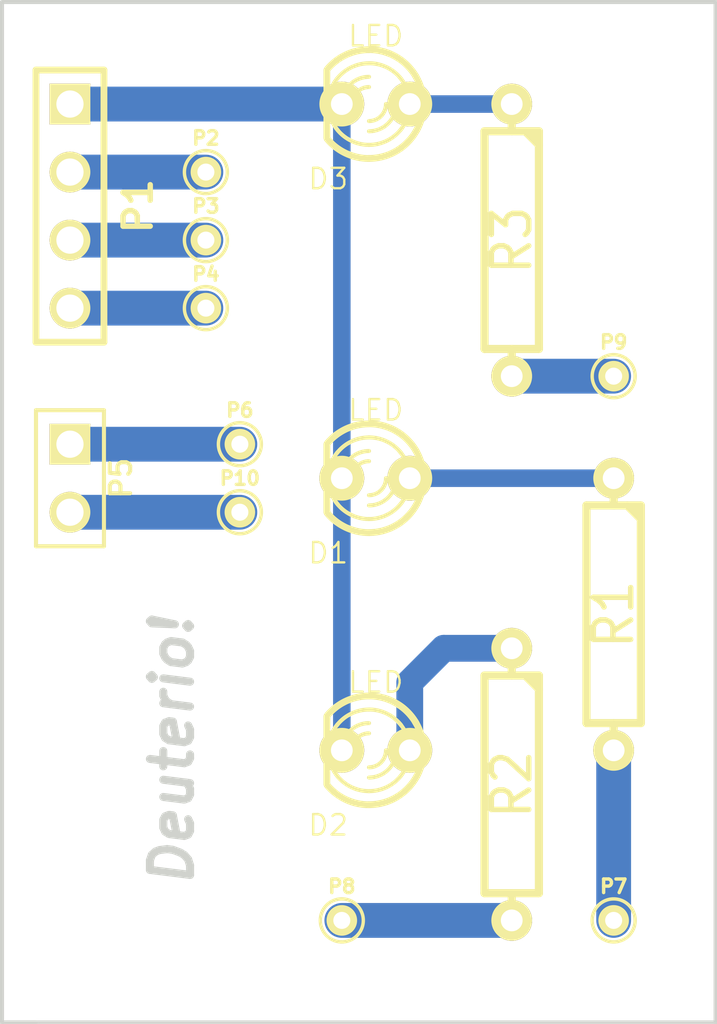
<source format=kicad_pcb>
(kicad_pcb (version 3) (host pcbnew "(2013-jul-07)-stable")

  (general
    (links 14)
    (no_connects 0)
    (area 48.6664 27.864999 76.275001 73.735001)
    (thickness 1.6)
    (drawings 6)
    (tracks 16)
    (zones 0)
    (modules 16)
    (nets 13)
  )

  (page A3)
  (layers
    (15 F.Cu signal)
    (0 B.Cu signal)
    (16 B.Adhes user)
    (17 F.Adhes user)
    (18 B.Paste user)
    (19 F.Paste user)
    (20 B.SilkS user)
    (21 F.SilkS user)
    (22 B.Mask user)
    (23 F.Mask user)
    (24 Dwgs.User user)
    (25 Cmts.User user)
    (26 Eco1.User user)
    (27 Eco2.User user)
    (28 Edge.Cuts user)
  )

  (setup
    (last_trace_width 1.3)
    (trace_clearance 0.254)
    (zone_clearance 0.508)
    (zone_45_only no)
    (trace_min 0.254)
    (segment_width 0.2)
    (edge_width 0.15)
    (via_size 0.889)
    (via_drill 0.635)
    (via_min_size 0.889)
    (via_min_drill 0.508)
    (uvia_size 0.508)
    (uvia_drill 0.127)
    (uvias_allowed no)
    (uvia_min_size 0.508)
    (uvia_min_drill 0.127)
    (pcb_text_width 0.3)
    (pcb_text_size 1.5 1.5)
    (mod_edge_width 0.15)
    (mod_text_size 1.5 1.5)
    (mod_text_width 0.15)
    (pad_size 1.524 1.524)
    (pad_drill 0.762)
    (pad_to_mask_clearance 0.2)
    (aux_axis_origin 0 0)
    (visible_elements FFFFFFBF)
    (pcbplotparams
      (layerselection 3178497)
      (usegerberextensions true)
      (excludeedgelayer true)
      (linewidth 0.100000)
      (plotframeref false)
      (viasonmask false)
      (mode 1)
      (useauxorigin false)
      (hpglpennumber 1)
      (hpglpenspeed 20)
      (hpglpendiameter 15)
      (hpglpenoverlay 2)
      (psnegative false)
      (psa4output false)
      (plotreference true)
      (plotvalue true)
      (plotothertext true)
      (plotinvisibletext false)
      (padsonsilk false)
      (subtractmaskfromsilk false)
      (outputformat 1)
      (mirror false)
      (drillshape 1)
      (scaleselection 1)
      (outputdirectory dibujo/2/2))
  )

  (net 0 "")
  (net 1 GND)
  (net 2 N-000001)
  (net 3 N-0000010)
  (net 4 N-0000011)
  (net 5 N-000002)
  (net 6 N-000003)
  (net 7 N-000004)
  (net 8 N-000005)
  (net 9 N-000006)
  (net 10 N-000007)
  (net 11 N-000008)
  (net 12 N-000009)

  (net_class Default "This is the default net class."
    (clearance 0.254)
    (trace_width 1.3)
    (via_dia 0.889)
    (via_drill 0.635)
    (uvia_dia 0.508)
    (uvia_drill 0.127)
    (add_net "")
    (add_net GND)
    (add_net N-000001)
    (add_net N-0000010)
    (add_net N-0000011)
    (add_net N-000002)
    (add_net N-000003)
    (add_net N-000004)
    (add_net N-000005)
    (add_net N-000006)
    (add_net N-000007)
    (add_net N-000008)
    (add_net N-000009)
  )

  (module R4 (layer F.Cu) (tedit 584C5BF0) (tstamp 584C59DD)
    (at 72.39 50.8 270)
    (descr "Resitance 4 pas")
    (tags R)
    (path /584C2F94)
    (autoplace_cost180 10)
    (fp_text reference R1 (at 0 0 270) (layer F.SilkS)
      (effects (font (size 1.397 1.27) (thickness 0.2032)))
    )
    (fp_text value R (at 0 0 270) (layer F.SilkS) hide
      (effects (font (size 1.397 1.27) (thickness 0.2032)))
    )
    (fp_line (start -5.08 0) (end -4.064 0) (layer F.SilkS) (width 0.3048))
    (fp_line (start -4.064 0) (end -4.064 -1.016) (layer F.SilkS) (width 0.3048))
    (fp_line (start -4.064 -1.016) (end 4.064 -1.016) (layer F.SilkS) (width 0.3048))
    (fp_line (start 4.064 -1.016) (end 4.064 1.016) (layer F.SilkS) (width 0.3048))
    (fp_line (start 4.064 1.016) (end -4.064 1.016) (layer F.SilkS) (width 0.3048))
    (fp_line (start -4.064 1.016) (end -4.064 0) (layer F.SilkS) (width 0.3048))
    (fp_line (start -4.064 -0.508) (end -3.556 -1.016) (layer F.SilkS) (width 0.3048))
    (fp_line (start 5.08 0) (end 4.064 0) (layer F.SilkS) (width 0.3048))
    (pad 1 thru_hole circle (at -5.08 0 270) (size 1.524 1.524) (drill 0.8128)
      (layers *.Cu *.Mask F.SilkS)
      (net 12 N-000009)
    )
    (pad 2 thru_hole circle (at 5.08 0 270) (size 1.524 1.524) (drill 0.8128)
      (layers *.Cu *.Mask F.SilkS)
      (net 7 N-000004)
    )
    (model discret/resistor.wrl
      (at (xyz 0 0 0))
      (scale (xyz 0.4 0.4 0.4))
      (rotate (xyz 0 0 0))
    )
  )

  (module R4 (layer F.Cu) (tedit 200000) (tstamp 584C59EB)
    (at 68.58 57.15 270)
    (descr "Resitance 4 pas")
    (tags R)
    (path /584C2FA3)
    (autoplace_cost180 10)
    (fp_text reference R2 (at 0 0 270) (layer F.SilkS)
      (effects (font (size 1.397 1.27) (thickness 0.2032)))
    )
    (fp_text value R (at 0 0 270) (layer F.SilkS) hide
      (effects (font (size 1.397 1.27) (thickness 0.2032)))
    )
    (fp_line (start -5.08 0) (end -4.064 0) (layer F.SilkS) (width 0.3048))
    (fp_line (start -4.064 0) (end -4.064 -1.016) (layer F.SilkS) (width 0.3048))
    (fp_line (start -4.064 -1.016) (end 4.064 -1.016) (layer F.SilkS) (width 0.3048))
    (fp_line (start 4.064 -1.016) (end 4.064 1.016) (layer F.SilkS) (width 0.3048))
    (fp_line (start 4.064 1.016) (end -4.064 1.016) (layer F.SilkS) (width 0.3048))
    (fp_line (start -4.064 1.016) (end -4.064 0) (layer F.SilkS) (width 0.3048))
    (fp_line (start -4.064 -0.508) (end -3.556 -1.016) (layer F.SilkS) (width 0.3048))
    (fp_line (start 5.08 0) (end 4.064 0) (layer F.SilkS) (width 0.3048))
    (pad 1 thru_hole circle (at -5.08 0 270) (size 1.524 1.524) (drill 0.8128)
      (layers *.Cu *.Mask F.SilkS)
      (net 4 N-0000011)
    )
    (pad 2 thru_hole circle (at 5.08 0 270) (size 1.524 1.524) (drill 0.8128)
      (layers *.Cu *.Mask F.SilkS)
      (net 6 N-000003)
    )
    (model discret/resistor.wrl
      (at (xyz 0 0 0))
      (scale (xyz 0.4 0.4 0.4))
      (rotate (xyz 0 0 0))
    )
  )

  (module R4 (layer F.Cu) (tedit 200000) (tstamp 584C59F9)
    (at 68.58 36.83 270)
    (descr "Resitance 4 pas")
    (tags R)
    (path /584C2FB2)
    (autoplace_cost180 10)
    (fp_text reference R3 (at 0 0 270) (layer F.SilkS)
      (effects (font (size 1.397 1.27) (thickness 0.2032)))
    )
    (fp_text value R (at 0 0 270) (layer F.SilkS) hide
      (effects (font (size 1.397 1.27) (thickness 0.2032)))
    )
    (fp_line (start -5.08 0) (end -4.064 0) (layer F.SilkS) (width 0.3048))
    (fp_line (start -4.064 0) (end -4.064 -1.016) (layer F.SilkS) (width 0.3048))
    (fp_line (start -4.064 -1.016) (end 4.064 -1.016) (layer F.SilkS) (width 0.3048))
    (fp_line (start 4.064 -1.016) (end 4.064 1.016) (layer F.SilkS) (width 0.3048))
    (fp_line (start 4.064 1.016) (end -4.064 1.016) (layer F.SilkS) (width 0.3048))
    (fp_line (start -4.064 1.016) (end -4.064 0) (layer F.SilkS) (width 0.3048))
    (fp_line (start -4.064 -0.508) (end -3.556 -1.016) (layer F.SilkS) (width 0.3048))
    (fp_line (start 5.08 0) (end 4.064 0) (layer F.SilkS) (width 0.3048))
    (pad 1 thru_hole circle (at -5.08 0 270) (size 1.524 1.524) (drill 0.8128)
      (layers *.Cu *.Mask F.SilkS)
      (net 3 N-0000010)
    )
    (pad 2 thru_hole circle (at 5.08 0 270) (size 1.524 1.524) (drill 0.8128)
      (layers *.Cu *.Mask F.SilkS)
      (net 11 N-000008)
    )
    (model discret/resistor.wrl
      (at (xyz 0 0 0))
      (scale (xyz 0.4 0.4 0.4))
      (rotate (xyz 0 0 0))
    )
  )

  (module PINTST (layer F.Cu) (tedit 3D649DF9) (tstamp 584C59FF)
    (at 72.39 62.23)
    (descr "module 1 pin (ou trou mecanique de percage)")
    (tags DEV)
    (path /584C4758)
    (fp_text reference P7 (at 0 -1.26746) (layer F.SilkS)
      (effects (font (size 0.508 0.508) (thickness 0.127)))
    )
    (fp_text value CONN_1 (at 0 1.27) (layer F.SilkS) hide
      (effects (font (size 0.508 0.508) (thickness 0.127)))
    )
    (fp_circle (center 0 0) (end -0.254 -0.762) (layer F.SilkS) (width 0.127))
    (pad 1 thru_hole circle (at 0 0) (size 1.143 1.143) (drill 0.635)
      (layers *.Cu *.Mask F.SilkS)
      (net 7 N-000004)
    )
    (model pin_array/pin_array_1x1.wrl
      (at (xyz 0 0 0))
      (scale (xyz 1 1 1))
      (rotate (xyz 0 0 0))
    )
  )

  (module PINTST (layer F.Cu) (tedit 3D649DF9) (tstamp 584C5A05)
    (at 62.23 62.23)
    (descr "module 1 pin (ou trou mecanique de percage)")
    (tags DEV)
    (path /584C4780)
    (fp_text reference P8 (at 0 -1.26746) (layer F.SilkS)
      (effects (font (size 0.508 0.508) (thickness 0.127)))
    )
    (fp_text value CONN_1 (at 0 1.27) (layer F.SilkS) hide
      (effects (font (size 0.508 0.508) (thickness 0.127)))
    )
    (fp_circle (center 0 0) (end -0.254 -0.762) (layer F.SilkS) (width 0.127))
    (pad 1 thru_hole circle (at 0 0) (size 1.143 1.143) (drill 0.635)
      (layers *.Cu *.Mask F.SilkS)
      (net 6 N-000003)
    )
    (model pin_array/pin_array_1x1.wrl
      (at (xyz 0 0 0))
      (scale (xyz 1 1 1))
      (rotate (xyz 0 0 0))
    )
  )

  (module PINTST (layer F.Cu) (tedit 3D649DF9) (tstamp 584C5A0B)
    (at 72.39 41.91)
    (descr "module 1 pin (ou trou mecanique de percage)")
    (tags DEV)
    (path /584C478C)
    (fp_text reference P9 (at 0 -1.26746) (layer F.SilkS)
      (effects (font (size 0.508 0.508) (thickness 0.127)))
    )
    (fp_text value CONN_1 (at 0 1.27) (layer F.SilkS) hide
      (effects (font (size 0.508 0.508) (thickness 0.127)))
    )
    (fp_circle (center 0 0) (end -0.254 -0.762) (layer F.SilkS) (width 0.127))
    (pad 1 thru_hole circle (at 0 0) (size 1.143 1.143) (drill 0.635)
      (layers *.Cu *.Mask F.SilkS)
      (net 11 N-000008)
    )
    (model pin_array/pin_array_1x1.wrl
      (at (xyz 0 0 0))
      (scale (xyz 1 1 1))
      (rotate (xyz 0 0 0))
    )
  )

  (module PINTST (layer F.Cu) (tedit 3D649DF9) (tstamp 584C5A11)
    (at 57.15 39.37)
    (descr "module 1 pin (ou trou mecanique de percage)")
    (tags DEV)
    (path /584C4809)
    (fp_text reference P4 (at 0 -1.26746) (layer F.SilkS)
      (effects (font (size 0.508 0.508) (thickness 0.127)))
    )
    (fp_text value CONN_1 (at 0 1.27) (layer F.SilkS) hide
      (effects (font (size 0.508 0.508) (thickness 0.127)))
    )
    (fp_circle (center 0 0) (end -0.254 -0.762) (layer F.SilkS) (width 0.127))
    (pad 1 thru_hole circle (at 0 0) (size 1.143 1.143) (drill 0.635)
      (layers *.Cu *.Mask F.SilkS)
      (net 2 N-000001)
    )
    (model pin_array/pin_array_1x1.wrl
      (at (xyz 0 0 0))
      (scale (xyz 1 1 1))
      (rotate (xyz 0 0 0))
    )
  )

  (module PINTST (layer F.Cu) (tedit 3D649DF9) (tstamp 584C5A17)
    (at 57.15 36.83)
    (descr "module 1 pin (ou trou mecanique de percage)")
    (tags DEV)
    (path /584C480F)
    (fp_text reference P3 (at 0 -1.26746) (layer F.SilkS)
      (effects (font (size 0.508 0.508) (thickness 0.127)))
    )
    (fp_text value CONN_1 (at 0 1.27) (layer F.SilkS) hide
      (effects (font (size 0.508 0.508) (thickness 0.127)))
    )
    (fp_circle (center 0 0) (end -0.254 -0.762) (layer F.SilkS) (width 0.127))
    (pad 1 thru_hole circle (at 0 0) (size 1.143 1.143) (drill 0.635)
      (layers *.Cu *.Mask F.SilkS)
      (net 5 N-000002)
    )
    (model pin_array/pin_array_1x1.wrl
      (at (xyz 0 0 0))
      (scale (xyz 1 1 1))
      (rotate (xyz 0 0 0))
    )
  )

  (module PINTST (layer F.Cu) (tedit 3D649DF9) (tstamp 584C5A1D)
    (at 57.15 34.29)
    (descr "module 1 pin (ou trou mecanique de percage)")
    (tags DEV)
    (path /584C4C53)
    (fp_text reference P2 (at 0 -1.26746) (layer F.SilkS)
      (effects (font (size 0.508 0.508) (thickness 0.127)))
    )
    (fp_text value CONN_1 (at 0 1.27) (layer F.SilkS) hide
      (effects (font (size 0.508 0.508) (thickness 0.127)))
    )
    (fp_circle (center 0 0) (end -0.254 -0.762) (layer F.SilkS) (width 0.127))
    (pad 1 thru_hole circle (at 0 0) (size 1.143 1.143) (drill 0.635)
      (layers *.Cu *.Mask F.SilkS)
      (net 10 N-000007)
    )
    (model pin_array/pin_array_1x1.wrl
      (at (xyz 0 0 0))
      (scale (xyz 1 1 1))
      (rotate (xyz 0 0 0))
    )
  )

  (module PINTST (layer F.Cu) (tedit 3D649DF9) (tstamp 584C5A23)
    (at 58.42 44.45)
    (descr "module 1 pin (ou trou mecanique de percage)")
    (tags DEV)
    (path /584C5582)
    (fp_text reference P6 (at 0 -1.26746) (layer F.SilkS)
      (effects (font (size 0.508 0.508) (thickness 0.127)))
    )
    (fp_text value CONN_1 (at 0 1.27) (layer F.SilkS) hide
      (effects (font (size 0.508 0.508) (thickness 0.127)))
    )
    (fp_circle (center 0 0) (end -0.254 -0.762) (layer F.SilkS) (width 0.127))
    (pad 1 thru_hole circle (at 0 0) (size 1.143 1.143) (drill 0.635)
      (layers *.Cu *.Mask F.SilkS)
      (net 9 N-000006)
    )
    (model pin_array/pin_array_1x1.wrl
      (at (xyz 0 0 0))
      (scale (xyz 1 1 1))
      (rotate (xyz 0 0 0))
    )
  )

  (module PINTST (layer F.Cu) (tedit 3D649DF9) (tstamp 584C5A29)
    (at 58.42 46.99)
    (descr "module 1 pin (ou trou mecanique de percage)")
    (tags DEV)
    (path /584C5588)
    (fp_text reference P10 (at 0 -1.26746) (layer F.SilkS)
      (effects (font (size 0.508 0.508) (thickness 0.127)))
    )
    (fp_text value CONN_1 (at 0 1.27) (layer F.SilkS) hide
      (effects (font (size 0.508 0.508) (thickness 0.127)))
    )
    (fp_circle (center 0 0) (end -0.254 -0.762) (layer F.SilkS) (width 0.127))
    (pad 1 thru_hole circle (at 0 0) (size 1.143 1.143) (drill 0.635)
      (layers *.Cu *.Mask F.SilkS)
      (net 8 N-000005)
    )
    (model pin_array/pin_array_1x1.wrl
      (at (xyz 0 0 0))
      (scale (xyz 1 1 1))
      (rotate (xyz 0 0 0))
    )
  )

  (module PIN_ARRAY_4x1 (layer F.Cu) (tedit 4C10F42E) (tstamp 584C5A35)
    (at 52.07 35.56 270)
    (descr "Double rangee de contacts 2 x 5 pins")
    (tags CONN)
    (path /584C2D24)
    (fp_text reference P1 (at 0 -2.54 270) (layer F.SilkS)
      (effects (font (size 1.016 1.016) (thickness 0.2032)))
    )
    (fp_text value CONN_4 (at 0 2.54 270) (layer F.SilkS) hide
      (effects (font (size 1.016 1.016) (thickness 0.2032)))
    )
    (fp_line (start 5.08 1.27) (end -5.08 1.27) (layer F.SilkS) (width 0.254))
    (fp_line (start 5.08 -1.27) (end -5.08 -1.27) (layer F.SilkS) (width 0.254))
    (fp_line (start -5.08 -1.27) (end -5.08 1.27) (layer F.SilkS) (width 0.254))
    (fp_line (start 5.08 1.27) (end 5.08 -1.27) (layer F.SilkS) (width 0.254))
    (pad 1 thru_hole rect (at -3.81 0 270) (size 1.524 1.524) (drill 1.016)
      (layers *.Cu *.Mask F.SilkS)
      (net 1 GND)
    )
    (pad 2 thru_hole circle (at -1.27 0 270) (size 1.524 1.524) (drill 1.016)
      (layers *.Cu *.Mask F.SilkS)
      (net 10 N-000007)
    )
    (pad 3 thru_hole circle (at 1.27 0 270) (size 1.524 1.524) (drill 1.016)
      (layers *.Cu *.Mask F.SilkS)
      (net 5 N-000002)
    )
    (pad 4 thru_hole circle (at 3.81 0 270) (size 1.524 1.524) (drill 1.016)
      (layers *.Cu *.Mask F.SilkS)
      (net 2 N-000001)
    )
    (model pin_array\pins_array_4x1.wrl
      (at (xyz 0 0 0))
      (scale (xyz 1 1 1))
      (rotate (xyz 0 0 0))
    )
  )

  (module PIN_ARRAY_2X1 (layer F.Cu) (tedit 4565C520) (tstamp 584C5A3F)
    (at 52.07 45.72 270)
    (descr "Connecteurs 2 pins")
    (tags "CONN DEV")
    (path /584C556B)
    (fp_text reference P5 (at 0 -1.905 270) (layer F.SilkS)
      (effects (font (size 0.762 0.762) (thickness 0.1524)))
    )
    (fp_text value CONN_2 (at 0 -1.905 270) (layer F.SilkS) hide
      (effects (font (size 0.762 0.762) (thickness 0.1524)))
    )
    (fp_line (start -2.54 1.27) (end -2.54 -1.27) (layer F.SilkS) (width 0.1524))
    (fp_line (start -2.54 -1.27) (end 2.54 -1.27) (layer F.SilkS) (width 0.1524))
    (fp_line (start 2.54 -1.27) (end 2.54 1.27) (layer F.SilkS) (width 0.1524))
    (fp_line (start 2.54 1.27) (end -2.54 1.27) (layer F.SilkS) (width 0.1524))
    (pad 1 thru_hole rect (at -1.27 0 270) (size 1.524 1.524) (drill 1.016)
      (layers *.Cu *.Mask F.SilkS)
      (net 9 N-000006)
    )
    (pad 2 thru_hole circle (at 1.27 0 270) (size 1.524 1.524) (drill 1.016)
      (layers *.Cu *.Mask F.SilkS)
      (net 8 N-000005)
    )
    (model pin_array/pins_array_2x1.wrl
      (at (xyz 0 0 0))
      (scale (xyz 1 1 1))
      (rotate (xyz 0 0 0))
    )
  )

  (module LED-3MM (layer F.Cu) (tedit 50ADE848) (tstamp 584C5A58)
    (at 63.5 45.72 180)
    (descr "LED 3mm - Lead pitch 100mil (2,54mm)")
    (tags "LED led 3mm 3MM 100mil 2,54mm")
    (path /584C2E81)
    (fp_text reference D1 (at 1.778 -2.794 180) (layer F.SilkS)
      (effects (font (size 0.762 0.762) (thickness 0.0889)))
    )
    (fp_text value LED (at 0 2.54 180) (layer F.SilkS)
      (effects (font (size 0.762 0.762) (thickness 0.0889)))
    )
    (fp_line (start 1.8288 1.27) (end 1.8288 -1.27) (layer F.SilkS) (width 0.254))
    (fp_arc (start 0.254 0) (end -1.27 0) (angle 39.8) (layer F.SilkS) (width 0.1524))
    (fp_arc (start 0.254 0) (end -0.88392 1.01092) (angle 41.6) (layer F.SilkS) (width 0.1524))
    (fp_arc (start 0.254 0) (end 1.4097 -0.9906) (angle 40.6) (layer F.SilkS) (width 0.1524))
    (fp_arc (start 0.254 0) (end 1.778 0) (angle 39.8) (layer F.SilkS) (width 0.1524))
    (fp_arc (start 0.254 0) (end 0.254 -1.524) (angle 54.4) (layer F.SilkS) (width 0.1524))
    (fp_arc (start 0.254 0) (end -0.9652 -0.9144) (angle 53.1) (layer F.SilkS) (width 0.1524))
    (fp_arc (start 0.254 0) (end 1.45542 0.93472) (angle 52.1) (layer F.SilkS) (width 0.1524))
    (fp_arc (start 0.254 0) (end 0.254 1.524) (angle 52.1) (layer F.SilkS) (width 0.1524))
    (fp_arc (start 0.254 0) (end -0.381 0) (angle 90) (layer F.SilkS) (width 0.1524))
    (fp_arc (start 0.254 0) (end -0.762 0) (angle 90) (layer F.SilkS) (width 0.1524))
    (fp_arc (start 0.254 0) (end 0.889 0) (angle 90) (layer F.SilkS) (width 0.1524))
    (fp_arc (start 0.254 0) (end 1.27 0) (angle 90) (layer F.SilkS) (width 0.1524))
    (fp_arc (start 0.254 0) (end 0.254 -2.032) (angle 50.1) (layer F.SilkS) (width 0.254))
    (fp_arc (start 0.254 0) (end -1.5367 -0.95504) (angle 61.9) (layer F.SilkS) (width 0.254))
    (fp_arc (start 0.254 0) (end 1.8034 1.31064) (angle 49.7) (layer F.SilkS) (width 0.254))
    (fp_arc (start 0.254 0) (end 0.254 2.032) (angle 60.2) (layer F.SilkS) (width 0.254))
    (fp_arc (start 0.254 0) (end -1.778 0) (angle 28.3) (layer F.SilkS) (width 0.254))
    (fp_arc (start 0.254 0) (end -1.47574 1.06426) (angle 31.6) (layer F.SilkS) (width 0.254))
    (pad 1 thru_hole circle (at -1.27 0 180) (size 1.6764 1.6764) (drill 0.8128)
      (layers *.Cu *.Mask F.SilkS)
      (net 12 N-000009)
    )
    (pad 2 thru_hole circle (at 1.27 0 180) (size 1.6764 1.6764) (drill 0.8128)
      (layers *.Cu *.Mask F.SilkS)
      (net 1 GND)
    )
    (model discret/leds/led3_vertical_verde.wrl
      (at (xyz 0 0 0))
      (scale (xyz 1 1 1))
      (rotate (xyz 0 0 0))
    )
  )

  (module LED-3MM (layer F.Cu) (tedit 50ADE848) (tstamp 584C5A71)
    (at 63.5 55.88 180)
    (descr "LED 3mm - Lead pitch 100mil (2,54mm)")
    (tags "LED led 3mm 3MM 100mil 2,54mm")
    (path /584C2E90)
    (fp_text reference D2 (at 1.778 -2.794 180) (layer F.SilkS)
      (effects (font (size 0.762 0.762) (thickness 0.0889)))
    )
    (fp_text value LED (at 0 2.54 180) (layer F.SilkS)
      (effects (font (size 0.762 0.762) (thickness 0.0889)))
    )
    (fp_line (start 1.8288 1.27) (end 1.8288 -1.27) (layer F.SilkS) (width 0.254))
    (fp_arc (start 0.254 0) (end -1.27 0) (angle 39.8) (layer F.SilkS) (width 0.1524))
    (fp_arc (start 0.254 0) (end -0.88392 1.01092) (angle 41.6) (layer F.SilkS) (width 0.1524))
    (fp_arc (start 0.254 0) (end 1.4097 -0.9906) (angle 40.6) (layer F.SilkS) (width 0.1524))
    (fp_arc (start 0.254 0) (end 1.778 0) (angle 39.8) (layer F.SilkS) (width 0.1524))
    (fp_arc (start 0.254 0) (end 0.254 -1.524) (angle 54.4) (layer F.SilkS) (width 0.1524))
    (fp_arc (start 0.254 0) (end -0.9652 -0.9144) (angle 53.1) (layer F.SilkS) (width 0.1524))
    (fp_arc (start 0.254 0) (end 1.45542 0.93472) (angle 52.1) (layer F.SilkS) (width 0.1524))
    (fp_arc (start 0.254 0) (end 0.254 1.524) (angle 52.1) (layer F.SilkS) (width 0.1524))
    (fp_arc (start 0.254 0) (end -0.381 0) (angle 90) (layer F.SilkS) (width 0.1524))
    (fp_arc (start 0.254 0) (end -0.762 0) (angle 90) (layer F.SilkS) (width 0.1524))
    (fp_arc (start 0.254 0) (end 0.889 0) (angle 90) (layer F.SilkS) (width 0.1524))
    (fp_arc (start 0.254 0) (end 1.27 0) (angle 90) (layer F.SilkS) (width 0.1524))
    (fp_arc (start 0.254 0) (end 0.254 -2.032) (angle 50.1) (layer F.SilkS) (width 0.254))
    (fp_arc (start 0.254 0) (end -1.5367 -0.95504) (angle 61.9) (layer F.SilkS) (width 0.254))
    (fp_arc (start 0.254 0) (end 1.8034 1.31064) (angle 49.7) (layer F.SilkS) (width 0.254))
    (fp_arc (start 0.254 0) (end 0.254 2.032) (angle 60.2) (layer F.SilkS) (width 0.254))
    (fp_arc (start 0.254 0) (end -1.778 0) (angle 28.3) (layer F.SilkS) (width 0.254))
    (fp_arc (start 0.254 0) (end -1.47574 1.06426) (angle 31.6) (layer F.SilkS) (width 0.254))
    (pad 1 thru_hole circle (at -1.27 0 180) (size 1.6764 1.6764) (drill 0.8128)
      (layers *.Cu *.Mask F.SilkS)
      (net 4 N-0000011)
    )
    (pad 2 thru_hole circle (at 1.27 0 180) (size 1.6764 1.6764) (drill 0.8128)
      (layers *.Cu *.Mask F.SilkS)
      (net 1 GND)
    )
    (model discret/leds/led3_vertical_verde.wrl
      (at (xyz 0 0 0))
      (scale (xyz 1 1 1))
      (rotate (xyz 0 0 0))
    )
  )

  (module LED-3MM (layer F.Cu) (tedit 50ADE848) (tstamp 584C5A8A)
    (at 63.5 31.75 180)
    (descr "LED 3mm - Lead pitch 100mil (2,54mm)")
    (tags "LED led 3mm 3MM 100mil 2,54mm")
    (path /584C2E9F)
    (fp_text reference D3 (at 1.778 -2.794 180) (layer F.SilkS)
      (effects (font (size 0.762 0.762) (thickness 0.0889)))
    )
    (fp_text value LED (at 0 2.54 180) (layer F.SilkS)
      (effects (font (size 0.762 0.762) (thickness 0.0889)))
    )
    (fp_line (start 1.8288 1.27) (end 1.8288 -1.27) (layer F.SilkS) (width 0.254))
    (fp_arc (start 0.254 0) (end -1.27 0) (angle 39.8) (layer F.SilkS) (width 0.1524))
    (fp_arc (start 0.254 0) (end -0.88392 1.01092) (angle 41.6) (layer F.SilkS) (width 0.1524))
    (fp_arc (start 0.254 0) (end 1.4097 -0.9906) (angle 40.6) (layer F.SilkS) (width 0.1524))
    (fp_arc (start 0.254 0) (end 1.778 0) (angle 39.8) (layer F.SilkS) (width 0.1524))
    (fp_arc (start 0.254 0) (end 0.254 -1.524) (angle 54.4) (layer F.SilkS) (width 0.1524))
    (fp_arc (start 0.254 0) (end -0.9652 -0.9144) (angle 53.1) (layer F.SilkS) (width 0.1524))
    (fp_arc (start 0.254 0) (end 1.45542 0.93472) (angle 52.1) (layer F.SilkS) (width 0.1524))
    (fp_arc (start 0.254 0) (end 0.254 1.524) (angle 52.1) (layer F.SilkS) (width 0.1524))
    (fp_arc (start 0.254 0) (end -0.381 0) (angle 90) (layer F.SilkS) (width 0.1524))
    (fp_arc (start 0.254 0) (end -0.762 0) (angle 90) (layer F.SilkS) (width 0.1524))
    (fp_arc (start 0.254 0) (end 0.889 0) (angle 90) (layer F.SilkS) (width 0.1524))
    (fp_arc (start 0.254 0) (end 1.27 0) (angle 90) (layer F.SilkS) (width 0.1524))
    (fp_arc (start 0.254 0) (end 0.254 -2.032) (angle 50.1) (layer F.SilkS) (width 0.254))
    (fp_arc (start 0.254 0) (end -1.5367 -0.95504) (angle 61.9) (layer F.SilkS) (width 0.254))
    (fp_arc (start 0.254 0) (end 1.8034 1.31064) (angle 49.7) (layer F.SilkS) (width 0.254))
    (fp_arc (start 0.254 0) (end 0.254 2.032) (angle 60.2) (layer F.SilkS) (width 0.254))
    (fp_arc (start 0.254 0) (end -1.778 0) (angle 28.3) (layer F.SilkS) (width 0.254))
    (fp_arc (start 0.254 0) (end -1.47574 1.06426) (angle 31.6) (layer F.SilkS) (width 0.254))
    (pad 1 thru_hole circle (at -1.27 0 180) (size 1.6764 1.6764) (drill 0.8128)
      (layers *.Cu *.Mask F.SilkS)
      (net 3 N-0000010)
    )
    (pad 2 thru_hole circle (at 1.27 0 180) (size 1.6764 1.6764) (drill 0.8128)
      (layers *.Cu *.Mask F.SilkS)
      (net 1 GND)
    )
    (model discret/leds/led3_vertical_verde.wrl
      (at (xyz 0 0 0))
      (scale (xyz 1 1 1))
      (rotate (xyz 0 0 0))
    )
  )

  (gr_line (start 49.53 66.04) (end 50.8 66.04) (angle 90) (layer Edge.Cuts) (width 0.15))
  (gr_line (start 49.53 27.94) (end 49.53 66.04) (angle 90) (layer Edge.Cuts) (width 0.15))
  (gr_line (start 76.2 66.04) (end 76.2 27.94) (angle 90) (layer Edge.Cuts) (width 0.15))
  (gr_text "Deuterio!\n" (at 55.88 55.88 90) (layer Edge.Cuts)
    (effects (font (size 1.5 1.5) (thickness 0.3) italic))
  )
  (gr_line (start 76.2 66.04) (end 49.53 66.04) (angle 90) (layer Edge.Cuts) (width 0.15))
  (gr_line (start 49.53 27.94) (end 76.2 27.94) (angle 90) (layer Edge.Cuts) (width 0.15))

  (segment (start 52.07 31.75) (end 62.23 31.75) (width 1.3) (layer B.Cu) (net 1) (status C00000))
  (segment (start 62.23 45.72) (end 62.23 55.88) (width 0.654) (layer B.Cu) (net 1))
  (segment (start 62.23 31.75) (end 62.23 45.72) (width 0.654) (layer B.Cu) (net 1))
  (segment (start 52.07 39.37) (end 57.15 39.37) (width 1.3) (layer B.Cu) (net 2) (status C00000))
  (segment (start 64.77 31.75) (end 68.58 31.75) (width 0.654) (layer B.Cu) (net 3))
  (segment (start 64.77 55.88) (end 64.77 53.34) (width 1) (layer B.Cu) (net 4))
  (segment (start 66.04 52.07) (end 68.58 52.07) (width 1) (layer B.Cu) (net 4) (tstamp 584C64BB))
  (segment (start 64.77 53.34) (end 66.04 52.07) (width 1) (layer B.Cu) (net 4) (tstamp 584C64BA))
  (segment (start 52.07 36.83) (end 57.15 36.83) (width 1.3) (layer B.Cu) (net 5) (status C00000))
  (segment (start 68.58 62.23) (end 62.23 62.23) (width 1.3) (layer B.Cu) (net 6) (status C00000))
  (segment (start 72.39 55.88) (end 72.39 62.23) (width 1.3) (layer B.Cu) (net 7) (status C00000))
  (segment (start 52.07 46.99) (end 58.42 46.99) (width 1.3) (layer B.Cu) (net 8) (status C00000))
  (segment (start 52.07 44.45) (end 58.42 44.45) (width 1.3) (layer B.Cu) (net 9) (status C00000))
  (segment (start 52.07 34.29) (end 57.15 34.29) (width 1.3) (layer B.Cu) (net 10) (status C00000))
  (segment (start 68.58 41.91) (end 72.39 41.91) (width 1.3) (layer B.Cu) (net 11) (status C00000))
  (segment (start 72.39 45.72) (end 64.77 45.72) (width 0.654) (layer B.Cu) (net 12))

)

</source>
